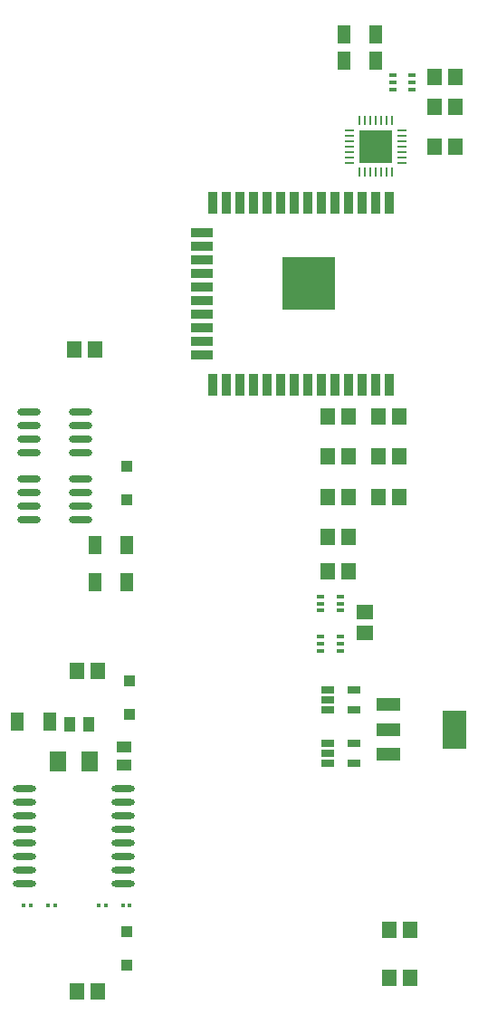
<source format=gtp>
G04 Layer_Color=7318015*
%FSLAX24Y24*%
%MOIN*%
G70*
G01*
G75*
%ADD10R,0.0532X0.0610*%
%ADD11R,0.0453X0.0709*%
%ADD12O,0.0866X0.0236*%
%ADD13R,0.0880X0.0480*%
%ADD14R,0.0870X0.1420*%
%ADD15R,0.0177X0.0138*%
%ADD16R,0.0610X0.0532*%
%ADD17R,0.0551X0.0433*%
%ADD18R,0.0512X0.0276*%
%ADD19R,0.0260X0.0118*%
%ADD20R,0.0394X0.0394*%
%ADD21R,0.1232X0.1232*%
%ADD22O,0.0335X0.0079*%
%ADD23O,0.0079X0.0335*%
%ADD24O,0.0846X0.0236*%
%ADD25R,0.0354X0.0787*%
%ADD26R,0.0787X0.0354*%
%ADD27R,0.1969X0.1969*%
%ADD28R,0.0433X0.0551*%
%ADD29R,0.0591X0.0748*%
D10*
X24813Y23720D02*
D03*
X25581D02*
D03*
X34833Y31595D02*
D03*
X34065D02*
D03*
Y28642D02*
D03*
X34833D02*
D03*
X36703Y30118D02*
D03*
X35935D02*
D03*
X34065Y27362D02*
D03*
X34833D02*
D03*
X35935Y31594D02*
D03*
X36703D02*
D03*
Y33071D02*
D03*
X35935D02*
D03*
X38002Y44488D02*
D03*
X38770D02*
D03*
X38770Y45571D02*
D03*
X38002D02*
D03*
X34833Y30118D02*
D03*
X34065D02*
D03*
X37096Y12402D02*
D03*
X36329D02*
D03*
X37096Y14173D02*
D03*
X36329D02*
D03*
X24715Y35531D02*
D03*
X25482D02*
D03*
X24813Y11909D02*
D03*
X25581D02*
D03*
X38002Y43012D02*
D03*
X38770D02*
D03*
X34833Y33071D02*
D03*
X34065D02*
D03*
D11*
X22638Y21850D02*
D03*
X23819D02*
D03*
X25492Y26969D02*
D03*
X26673D02*
D03*
X25492Y28346D02*
D03*
X26673D02*
D03*
X35827Y46161D02*
D03*
X34646D02*
D03*
X35827Y47146D02*
D03*
X34646D02*
D03*
D12*
X24961Y29270D02*
D03*
Y29770D02*
D03*
Y30270D02*
D03*
Y30770D02*
D03*
X23071Y29270D02*
D03*
Y29770D02*
D03*
Y30270D02*
D03*
Y30770D02*
D03*
X24961Y31730D02*
D03*
Y32230D02*
D03*
Y32730D02*
D03*
Y33230D02*
D03*
X23071Y31730D02*
D03*
Y32230D02*
D03*
Y32730D02*
D03*
Y33230D02*
D03*
D13*
X36280Y22465D02*
D03*
Y21555D02*
D03*
Y20645D02*
D03*
D14*
X38730Y21555D02*
D03*
D15*
X26772Y15059D02*
D03*
X26516D02*
D03*
X25886D02*
D03*
X25630D02*
D03*
X24016D02*
D03*
X23760D02*
D03*
X23130D02*
D03*
X22874D02*
D03*
D16*
X35433Y25108D02*
D03*
Y25876D02*
D03*
D17*
X26575Y20226D02*
D03*
Y20915D02*
D03*
D18*
X35020Y23012D02*
D03*
Y22264D02*
D03*
X34075D02*
D03*
Y22638D02*
D03*
Y23012D02*
D03*
X35020Y21043D02*
D03*
Y20295D02*
D03*
X34075D02*
D03*
Y20669D02*
D03*
Y21043D02*
D03*
D19*
X33791Y26437D02*
D03*
Y26181D02*
D03*
Y25925D02*
D03*
X34516D02*
D03*
Y26181D02*
D03*
Y26437D02*
D03*
Y24449D02*
D03*
Y24705D02*
D03*
Y24961D02*
D03*
X33791D02*
D03*
Y24705D02*
D03*
Y24449D02*
D03*
X36449Y45630D02*
D03*
Y45374D02*
D03*
Y45118D02*
D03*
X37173D02*
D03*
Y45374D02*
D03*
Y45630D02*
D03*
D20*
X26772Y22116D02*
D03*
Y23356D02*
D03*
X26673Y12864D02*
D03*
Y14104D02*
D03*
Y29990D02*
D03*
Y31230D02*
D03*
D21*
X35827Y43012D02*
D03*
D22*
X36781Y43602D02*
D03*
Y43406D02*
D03*
Y43209D02*
D03*
Y43012D02*
D03*
Y42815D02*
D03*
Y42618D02*
D03*
Y42421D02*
D03*
X34872D02*
D03*
Y42618D02*
D03*
Y42815D02*
D03*
Y43012D02*
D03*
Y43209D02*
D03*
Y43406D02*
D03*
Y43602D02*
D03*
D23*
X36417Y42057D02*
D03*
X36220D02*
D03*
X36024D02*
D03*
X35827D02*
D03*
X35630D02*
D03*
X35433D02*
D03*
X35236D02*
D03*
Y43967D02*
D03*
X35433D02*
D03*
X35630D02*
D03*
X35827D02*
D03*
X36024D02*
D03*
X36220D02*
D03*
X36417D02*
D03*
D24*
X22894Y19368D02*
D03*
Y18868D02*
D03*
Y18368D02*
D03*
Y17868D02*
D03*
Y17368D02*
D03*
Y16868D02*
D03*
Y16368D02*
D03*
Y15868D02*
D03*
X26516Y19368D02*
D03*
Y18868D02*
D03*
Y18368D02*
D03*
Y17868D02*
D03*
Y17368D02*
D03*
Y16868D02*
D03*
Y16368D02*
D03*
Y15868D02*
D03*
D25*
X29814Y40937D02*
D03*
X36314D02*
D03*
X35814D02*
D03*
X35314D02*
D03*
X34814D02*
D03*
X34314D02*
D03*
X33814D02*
D03*
X33314D02*
D03*
X32814D02*
D03*
X32314D02*
D03*
X31814D02*
D03*
X31314D02*
D03*
X30814D02*
D03*
X30314D02*
D03*
Y34244D02*
D03*
X30814D02*
D03*
X31314D02*
D03*
X31814D02*
D03*
X32314D02*
D03*
X32814D02*
D03*
X33314D02*
D03*
X33814D02*
D03*
X34314D02*
D03*
X34814D02*
D03*
X35314D02*
D03*
X35814D02*
D03*
X36314D02*
D03*
X29814D02*
D03*
D26*
X29420Y35841D02*
D03*
Y36341D02*
D03*
Y36841D02*
D03*
Y37341D02*
D03*
Y37841D02*
D03*
Y38341D02*
D03*
Y38841D02*
D03*
X29414Y39341D02*
D03*
X29420Y39841D02*
D03*
Y35341D02*
D03*
D27*
X33364Y37967D02*
D03*
D28*
X24557Y21752D02*
D03*
X25246D02*
D03*
D29*
X24114Y20374D02*
D03*
X25295D02*
D03*
M02*

</source>
